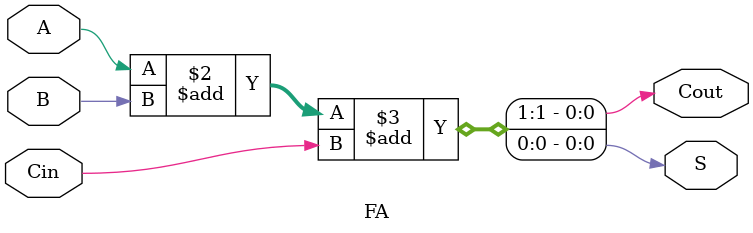
<source format=sv>
module FA  ( input wire A,
             input wire B,
             input wire Cin,
             output reg S,
             output reg Cout);
  always @( A or B or Cin) begin
    {Cout, S} = A + B + Cin;
  end 
  
    endmodule

</source>
